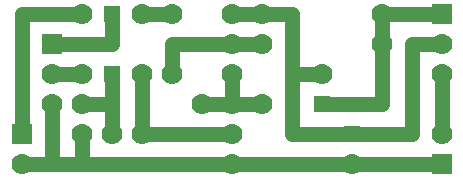
<source format=gbl>
G75*
%MOIN*%
%OFA0B0*%
%FSLAX25Y25*%
%IPPOS*%
%LPD*%
%AMOC8*
5,1,8,0,0,1.08239X$1,22.5*
%
%ADD10R,0.07000X0.07000*%
%ADD11C,0.07000*%
%ADD12R,0.05543X0.05543*%
%ADD13C,0.05000*%
D10*
X0011250Y0021250D03*
X0021250Y0051250D03*
X0151250Y0061250D03*
X0151250Y0011250D03*
D11*
X0011250Y0011250D03*
X0031250Y0021250D03*
X0041250Y0021250D03*
X0051250Y0021250D03*
X0031250Y0031250D03*
X0021250Y0031250D03*
X0021250Y0041250D03*
X0031250Y0041250D03*
X0051250Y0041250D03*
X0061250Y0041250D03*
X0071250Y0031250D03*
X0081250Y0031250D03*
X0091250Y0031250D03*
X0081250Y0041250D03*
X0081250Y0051250D03*
X0091250Y0051250D03*
X0091250Y0061250D03*
X0081250Y0061250D03*
X0061250Y0061250D03*
X0051250Y0061250D03*
X0031250Y0061250D03*
X0111250Y0041250D03*
X0131250Y0051250D03*
X0151250Y0051250D03*
X0151250Y0041250D03*
X0151250Y0021250D03*
X0121250Y0011250D03*
X0081250Y0011250D03*
X0081250Y0021250D03*
X0131250Y0061250D03*
D12*
X0111250Y0031250D03*
X0121250Y0021250D03*
X0041250Y0041250D03*
X0041250Y0061250D03*
D13*
X0041250Y0051250D01*
X0021250Y0051250D01*
X0021250Y0041250D02*
X0031250Y0041250D01*
X0041250Y0041250D02*
X0041250Y0031250D01*
X0031250Y0031250D01*
X0021250Y0031250D02*
X0021250Y0011250D01*
X0031250Y0011250D01*
X0031250Y0021250D01*
X0041250Y0021250D02*
X0041250Y0031250D01*
X0051250Y0041250D02*
X0051250Y0021250D01*
X0081250Y0021250D01*
X0101250Y0021250D02*
X0101250Y0041250D01*
X0101250Y0061250D01*
X0091250Y0061250D01*
X0081250Y0061250D01*
X0061250Y0061250D02*
X0051250Y0061250D01*
X0031250Y0061250D02*
X0011250Y0061250D01*
X0011250Y0021250D01*
X0011250Y0011250D02*
X0021250Y0011250D01*
X0031250Y0011250D02*
X0081250Y0011250D01*
X0121250Y0011250D01*
X0151250Y0011250D01*
X0151250Y0021250D02*
X0151250Y0041250D01*
X0131250Y0031250D02*
X0131250Y0051250D01*
X0131250Y0061250D01*
X0151250Y0061250D01*
X0151250Y0051250D02*
X0141250Y0051250D01*
X0141250Y0021250D01*
X0121250Y0021250D01*
X0101250Y0021250D01*
X0091250Y0031250D02*
X0081250Y0031250D01*
X0071250Y0031250D01*
X0081250Y0031250D02*
X0081250Y0041250D01*
X0101250Y0041250D02*
X0111250Y0041250D01*
X0111250Y0031250D02*
X0131250Y0031250D01*
X0091250Y0051250D02*
X0081250Y0051250D01*
X0061250Y0051250D01*
X0061250Y0041250D01*
M02*

</source>
